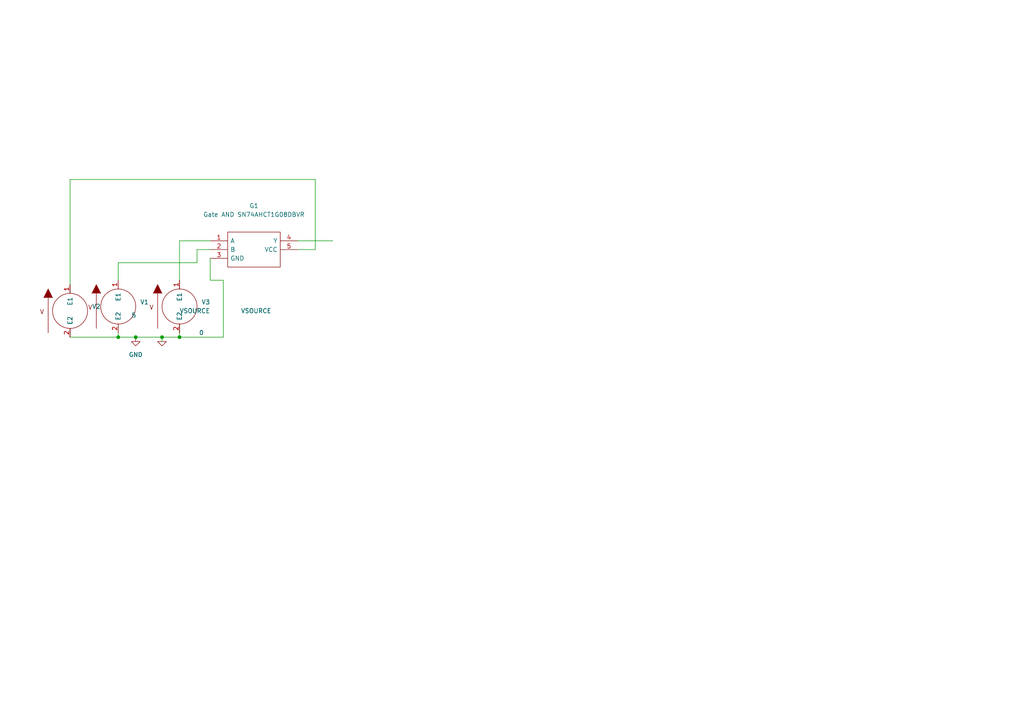
<source format=kicad_sch>
(kicad_sch (version 20211123) (generator eeschema)
  (paper "A4")
  (lib_symbols
    (symbol "EPSA_lib:Gate AND SN74AHCT1G08DBVR" (pin_names (offset 0.762))
      (property "Reference" "G" (at 33.02 8.89 0))
      (property "Value" "Gate AND SN74AHCT1G08DBVR" (at 33.02 11.43 0))
      (property "Spice_Lib_File" "${EPSA}\\SpiceModel\\AND_SN74AHC1G08.lib" (at 33.02 13.97 0))
      (symbol "Gate AND SN74AHCT1G08DBVR_0_0"
        (pin passive line (at 0 0 0) (length 5.08) (name "A") (number "1"))
        (pin passive line (at 0 -2.54 0) (length 5.08) (name "B") (number "2"))
        (pin passive line (at 0 -5.08 0) (length 5.08) (name "GND") (number "3"))
        (pin passive line (at 25.4 0 180) (length 5.08) (name "Y") (number "4"))
        (pin passive line (at 25.4 -2.54 180) (length 5.08) (name "VCC") (number "5"))
      )
      (symbol "Gate AND SN74AHCT1G08DBVR_0_1"
        (polyline (pts (xy 5.08 2.54) (xy 20.32 2.54) (xy 20.32 -7.62) (xy 5.08 -7.62) (xy 5.08 2.54)) (stroke (width 0.1524)))
      )
    )
    (symbol "power:GND" (power) (pin_names (offset 0))
      (property "Value" "GND" (at 0 -3.81 0))
      (symbol "GND_0_1"
        (polyline (pts (xy 0 0) (xy 0 -1.27) (xy 1.27 -1.27) (xy 0 -2.54) (xy -1.27 -1.27) (xy 0 -1.27)))
      )
      (symbol "GND_1_1"
        (pin power_in line (at 0 0 270) (length 0) hide (name "GND") (number "1"))
      )
    )
    (symbol "pspice:0" (power) (pin_names (offset 0))
      (property "Value" "0" (at 0 -1.778 0))
      (symbol "0_0_1"
        (polyline (pts (xy -1.27 0) (xy 0 -1.27) (xy 1.27 0) (xy -1.27 0)))
      )
      (symbol "0_1_1"
        (pin power_in line (at 0 0 0) (length 0) hide (name "0") (number "1"))
      )
    )
    (symbol "pspice:VSOURCE" (pin_names (offset 1.016))
      (property "Reference" "V" (at -6.35 7.62 0))
      (property "Value" "VSOURCE" (at 0 0 0))
      (symbol "VSOURCE_0_1"
        (polyline (pts (xy -6.35 -6.35) (xy -6.35 3.81)) (fill (type outline)))
        (polyline (pts (xy -7.62 3.81) (xy -6.35 6.35) (xy -5.08 3.81)) (fill (type outline)))
        (circle (center 0 0) (radius 5.08))
        (text "V" (at -8.128 -0.254 0) (effects (font (size 1.27 1.27))))
      )
      (symbol "VSOURCE_1_1"
        (pin input line (at 0 7.62 270) (length 2.54) (name "E1") (number "1"))
        (pin input line (at 0 -7.62 90) (length 2.54) (name "E2") (number "2"))
      )
    )
  )
  (junction (at 46.99 97.79))
  (junction (at 52.07 97.79))
  (junction (at 34.29 97.79))
  (junction (at 39.37 97.79))
  (wire (pts (xy 34.29 96.52) (xy 34.29 97.79)))
  (wire (pts (xy 46.99 97.79) (xy 52.07 97.79)))
  (wire (pts (xy 46.99 97.79) (xy 46.99 99.06)))
  (wire (pts (xy 52.07 81.28) (xy 52.07 69.85)))
  (wire (pts (xy 20.32 97.79) (xy 34.29 97.79)))
  (wire (pts (xy 34.29 97.79) (xy 39.37 97.79)))
  (wire (pts (xy 57.15 72.39) (xy 60.96 72.39)))
  (wire (pts (xy 34.29 76.2) (xy 34.29 81.28)))
  (wire (pts (xy 60.96 74.93) (xy 60.96 81.28)))
  (wire (pts (xy 52.07 69.85) (xy 60.96 69.85)))
  (wire (pts (xy 60.96 81.28) (xy 64.77 81.28)))
  (wire (pts (xy 86.36 69.85) (xy 96.52 69.85)))
  (wire (pts (xy 52.07 96.52) (xy 52.07 97.79)))
  (wire (pts (xy 91.44 72.39) (xy 91.44 52.07)))
  (wire (pts (xy 39.37 97.79) (xy 46.99 97.79)))
  (wire (pts (xy 20.32 82.55) (xy 20.32 52.07)))
  (wire (pts (xy 86.36 72.39) (xy 91.44 72.39)))
  (wire (pts (xy 52.07 97.79) (xy 64.77 97.79)))
  (wire (pts (xy 20.32 52.07) (xy 91.44 52.07)))
  (wire (pts (xy 57.15 76.2) (xy 57.15 72.39)))
  (wire (pts (xy 64.77 97.79) (xy 64.77 81.28)))
  (wire (pts (xy 34.29 76.2) (xy 57.15 76.2)))
  (symbol (lib_id "pspice:VSOURCE") (at 20.32 90.17 0) (unit 1)
    (property "Reference" "V2" (at 26.67 88.8999 0) (effects (justify left)))
    (property "Value" "VSOURCE" (at 38.1 91.4399 0) (effects (justify left)))
    (property "Spice_Primitive" "V" (effects hide))
    (property "Spice_Model" "dc 5" (effects hide))
    (property "Spice_Netlist_Enabled" "Y" (effects hide))
  )
  (symbol (lib_id "pspice:VSOURCE") (at 52.07 88.9 0) (unit 1)
    (property "Reference" "V3" (at 58.42 87.6299 0) (effects (justify left)))
    (property "Value" "VSOURCE" (at 69.85 90.1699 0) (effects (justify left)))
    (property "Spice_Primitive" "V" (effects hide))
    (property "Spice_Model" "dc 5 pulse(0 5 1 100m 100m 2 4)" (effects hide))
    (property "Spice_Netlist_Enabled" "Y" (effects hide))
  )
  (symbol (lib_id "pspice:0") (at 46.99 99.06 0) (unit 1)
    (property "Reference" "#GND01" (effects hide))
    (property "Value" "0" (at 58.42 96.52 0))
  )
  (symbol (lib_id "EPSA_lib:Gate AND SN74AHCT1G08DBVR") (at 60.96 69.85 0) (unit 1)
    (property "Reference" "G1" (at 73.66 59.69 0))
    (property "Value" "Gate AND SN74AHCT1G08DBVR" (at 73.66 62.23 0))
    (property "Footprint" "SOT95P280X145-5N" (effects hide))
    (property "Datasheet" "https://datasheet.datasheetarchive.com/originals/distributors/SFDatasheet-6/sf-000128638.pdf" (effects hide))
    (property "Description" "SN74AHCT1G08DBVR, Logic Gate 2 Input AND, AHCT, 8mA 5V 5-Pin SOT-23" (effects hide))
    (property "Height" "1.45" (effects hide))
    (property "Manufacturer_Name" "Texas Instruments" (effects hide))
    (property "Manufacturer_Part_Number" "SN74AHCT1G08DBVR" (effects hide))
    (property "Mouser Part Number" "595-SN74AHCT1G08DBVR" (effects hide))
    (property "Mouser Price/Stock" "https://www.mouser.co.uk/ProductDetail/Texas-Instruments/SN74AHCT1G08DBVR?qs=8Pd2FuFSoMGY9AK%2Ftqwbcw%3D%3D" (effects hide))
    (property "Arrow Part Number" "SN74AHCT1G08DBVR" (effects hide))
    (property "Arrow Price/Stock" "https://www.arrow.com/en/products/sn74ahct1g08dbvr/texas-instruments?region=nac" (effects hide))
    (property "Spice_Primitive" "X" (effects hide))
    (property "Spice_Model" "SN74AHC1G08" (effects hide))
    (property "Spice_Netlist_Enabled" "Y" (effects hide))
    (property "Spice_Node_Sequence" "4,1,2,5,3" (effects hide))
    (property "Spice_Lib_File" "${EPSA}\\SpiceModel\\AND_SN74AHC1G08.lib" (at 73.66 64.77 0))
  )
  (symbol (lib_id "pspice:VSOURCE") (at 34.29 88.9 0) (unit 1)
    (property "Reference" "V1" (at 40.64 87.6299 0) (effects (justify left)))
    (property "Value" "VSOURCE" (at 52.07 90.1699 0) (effects (justify left)))
    (property "Spice_Primitive" "V" (effects hide))
    (property "Spice_Model" "dc 5 pulse(0 5 2 100m 100m 2 4)" (effects hide))
    (property "Spice_Netlist_Enabled" "Y" (effects hide))
  )
  (symbol (lib_id "power:GND") (at 39.37 97.79 0) (unit 1)
    (property "Reference" "#PWR01" (effects hide))
    (property "Value" "GND" (at 39.37 102.87 0))
  )
)
</source>
